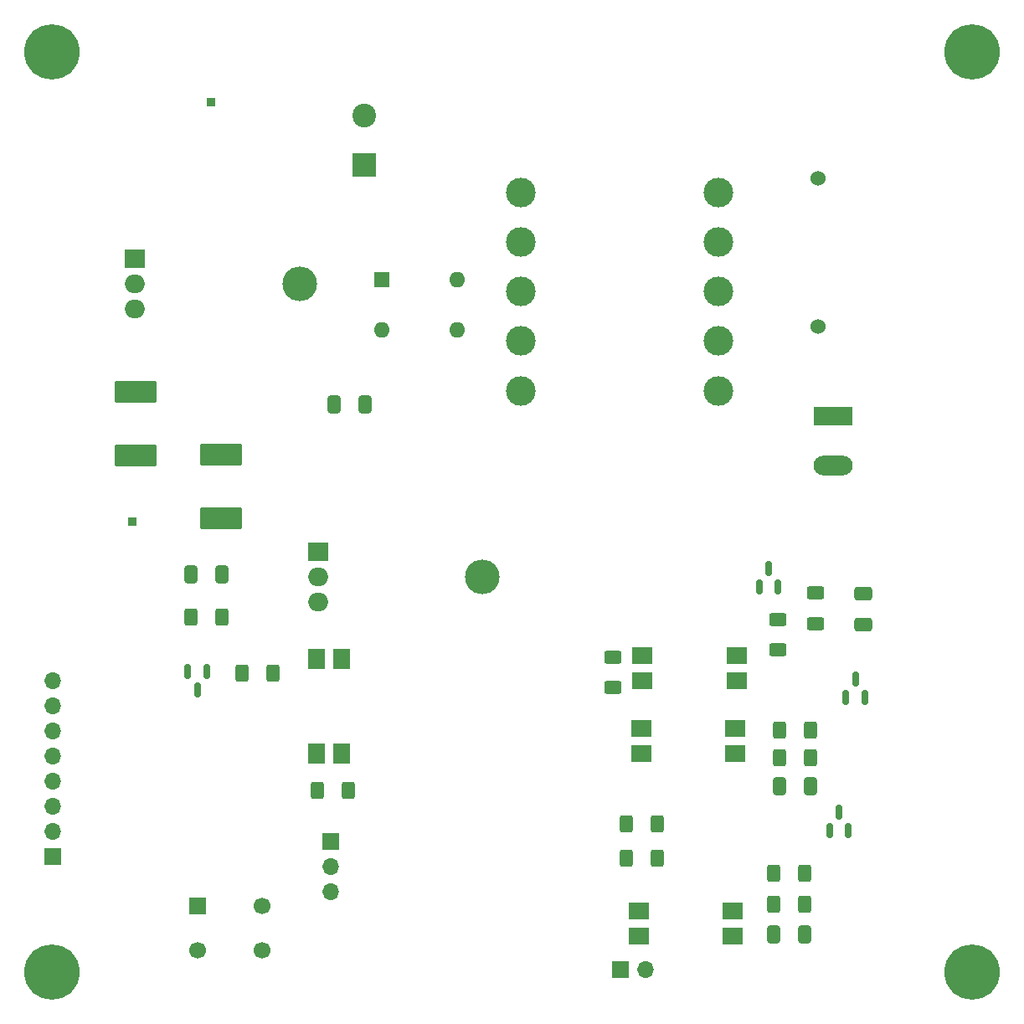
<source format=gts>
%TF.GenerationSoftware,KiCad,Pcbnew,(6.0.4-0)*%
%TF.CreationDate,2022-09-08T11:41:12+02:00*%
%TF.ProjectId,Antennenumschalter,416e7465-6e6e-4656-9e75-6d736368616c,rev?*%
%TF.SameCoordinates,Original*%
%TF.FileFunction,Soldermask,Top*%
%TF.FilePolarity,Negative*%
%FSLAX46Y46*%
G04 Gerber Fmt 4.6, Leading zero omitted, Abs format (unit mm)*
G04 Created by KiCad (PCBNEW (6.0.4-0)) date 2022-09-08 11:41:12*
%MOMM*%
%LPD*%
G01*
G04 APERTURE LIST*
G04 Aperture macros list*
%AMRoundRect*
0 Rectangle with rounded corners*
0 $1 Rounding radius*
0 $2 $3 $4 $5 $6 $7 $8 $9 X,Y pos of 4 corners*
0 Add a 4 corners polygon primitive as box body*
4,1,4,$2,$3,$4,$5,$6,$7,$8,$9,$2,$3,0*
0 Add four circle primitives for the rounded corners*
1,1,$1+$1,$2,$3*
1,1,$1+$1,$4,$5*
1,1,$1+$1,$6,$7*
1,1,$1+$1,$8,$9*
0 Add four rect primitives between the rounded corners*
20,1,$1+$1,$2,$3,$4,$5,0*
20,1,$1+$1,$4,$5,$6,$7,0*
20,1,$1+$1,$6,$7,$8,$9,0*
20,1,$1+$1,$8,$9,$2,$3,0*%
G04 Aperture macros list end*
%ADD10R,0.850000X0.850000*%
%ADD11R,1.700000X1.700000*%
%ADD12O,1.700000X1.700000*%
%ADD13R,1.780000X2.000000*%
%ADD14R,2.000000X1.780000*%
%ADD15RoundRect,0.250000X0.412500X0.650000X-0.412500X0.650000X-0.412500X-0.650000X0.412500X-0.650000X0*%
%ADD16RoundRect,0.250000X0.400000X0.625000X-0.400000X0.625000X-0.400000X-0.625000X0.400000X-0.625000X0*%
%ADD17RoundRect,0.250000X-0.400000X-0.625000X0.400000X-0.625000X0.400000X0.625000X-0.400000X0.625000X0*%
%ADD18C,5.600000*%
%ADD19RoundRect,0.250000X0.625000X-0.400000X0.625000X0.400000X-0.625000X0.400000X-0.625000X-0.400000X0*%
%ADD20RoundRect,0.250000X-0.625000X0.400000X-0.625000X-0.400000X0.625000X-0.400000X0.625000X0.400000X0*%
%ADD21RoundRect,0.250000X-1.875000X0.875000X-1.875000X-0.875000X1.875000X-0.875000X1.875000X0.875000X0*%
%ADD22RoundRect,0.250000X-0.412500X-0.650000X0.412500X-0.650000X0.412500X0.650000X-0.412500X0.650000X0*%
%ADD23RoundRect,0.150000X0.150000X-0.587500X0.150000X0.587500X-0.150000X0.587500X-0.150000X-0.587500X0*%
%ADD24C,1.524000*%
%ADD25RoundRect,0.250000X-0.650000X0.412500X-0.650000X-0.412500X0.650000X-0.412500X0.650000X0.412500X0*%
%ADD26R,2.400000X2.400000*%
%ADD27C,2.400000*%
%ADD28R,1.600000X1.600000*%
%ADD29O,1.600000X1.600000*%
%ADD30O,3.500000X3.500000*%
%ADD31R,2.000000X1.905000*%
%ADD32O,2.000000X1.905000*%
%ADD33R,3.960000X1.980000*%
%ADD34O,3.960000X1.980000*%
%ADD35RoundRect,0.150000X-0.150000X0.587500X-0.150000X-0.587500X0.150000X-0.587500X0.150000X0.587500X0*%
%ADD36C,1.700000*%
%ADD37C,3.000000*%
%ADD38RoundRect,0.250000X1.875000X-0.875000X1.875000X0.875000X-1.875000X0.875000X-1.875000X-0.875000X0*%
G04 APERTURE END LIST*
D10*
X69088000Y-58039000D03*
X61087000Y-100457000D03*
D11*
X81153000Y-132842000D03*
D12*
X81153000Y-135382000D03*
X81153000Y-137922000D03*
D13*
X79756000Y-123891000D03*
X82296000Y-123891000D03*
X82296000Y-114361000D03*
X79756000Y-114361000D03*
D14*
X112329000Y-139827000D03*
X112329000Y-142367000D03*
X121859000Y-142367000D03*
X121859000Y-139827000D03*
X112583000Y-121412000D03*
X112583000Y-123952000D03*
X122113000Y-123952000D03*
X122113000Y-121412000D03*
X112710000Y-114046000D03*
X112710000Y-116586000D03*
X122240000Y-116586000D03*
X122240000Y-114046000D03*
D15*
X129070500Y-142240000D03*
X125945500Y-142240000D03*
D11*
X53086000Y-134351000D03*
D12*
X53086000Y-131811000D03*
X53086000Y-129271000D03*
X53086000Y-126731000D03*
X53086000Y-124191000D03*
X53086000Y-121651000D03*
X53086000Y-119111000D03*
X53086000Y-116571000D03*
D16*
X129058000Y-139192000D03*
X125958000Y-139192000D03*
D17*
X111099000Y-131064000D03*
X114199000Y-131064000D03*
D18*
X146000000Y-53000000D03*
D19*
X126365000Y-113437000D03*
X126365000Y-110337000D03*
X109728000Y-117247000D03*
X109728000Y-114147000D03*
D18*
X53000000Y-146000000D03*
D20*
X130175000Y-107670000D03*
X130175000Y-110770000D03*
D17*
X125958000Y-136017000D03*
X129058000Y-136017000D03*
D21*
X61468000Y-87351000D03*
X61468000Y-93751000D03*
D22*
X67017500Y-105791000D03*
X70142500Y-105791000D03*
D17*
X67030000Y-110109000D03*
X70130000Y-110109000D03*
D23*
X131638000Y-131747500D03*
X133538000Y-131747500D03*
X132588000Y-129872500D03*
D24*
X130429000Y-80779000D03*
X130429000Y-65793000D03*
D18*
X146000000Y-146000000D03*
X53000000Y-53000000D03*
D16*
X82957000Y-127635000D03*
X79857000Y-127635000D03*
D25*
X135001000Y-107784500D03*
X135001000Y-110909500D03*
D17*
X111099000Y-134493000D03*
X114199000Y-134493000D03*
D23*
X133289000Y-118285500D03*
X135189000Y-118285500D03*
X134239000Y-116410500D03*
D26*
X84582000Y-64389000D03*
D27*
X84582000Y-59389000D03*
D28*
X86360000Y-75959000D03*
D29*
X86360000Y-81039000D03*
X93980000Y-81039000D03*
X93980000Y-75959000D03*
D15*
X129705500Y-127254000D03*
X126580500Y-127254000D03*
D30*
X78042000Y-76454000D03*
D31*
X61382000Y-73914000D03*
D32*
X61382000Y-76454000D03*
X61382000Y-78994000D03*
D33*
X131953000Y-89818000D03*
D34*
X131953000Y-94818000D03*
D35*
X68641000Y-115648500D03*
X66741000Y-115648500D03*
X67691000Y-117523500D03*
D30*
X96543000Y-106045000D03*
D31*
X79883000Y-103505000D03*
D32*
X79883000Y-106045000D03*
X79883000Y-108585000D03*
D11*
X67743000Y-139355000D03*
D36*
X74243000Y-139355000D03*
X74243000Y-143855000D03*
X67743000Y-143855000D03*
D22*
X81495500Y-88646000D03*
X84620500Y-88646000D03*
D37*
X120363000Y-67216000D03*
X120363000Y-72216000D03*
X120363000Y-77216000D03*
X120363000Y-82216000D03*
X120363000Y-87216000D03*
X100363000Y-87216000D03*
X100363000Y-82216000D03*
X100363000Y-77216000D03*
X100363000Y-72216000D03*
X100363000Y-67216000D03*
D38*
X70104000Y-100101000D03*
X70104000Y-93701000D03*
D16*
X75337000Y-115824000D03*
X72237000Y-115824000D03*
X129693000Y-124333000D03*
X126593000Y-124333000D03*
D23*
X124526000Y-107109500D03*
X126426000Y-107109500D03*
X125476000Y-105234500D03*
D11*
X110485000Y-145796000D03*
D12*
X113025000Y-145796000D03*
D17*
X126593000Y-121539000D03*
X129693000Y-121539000D03*
M02*

</source>
